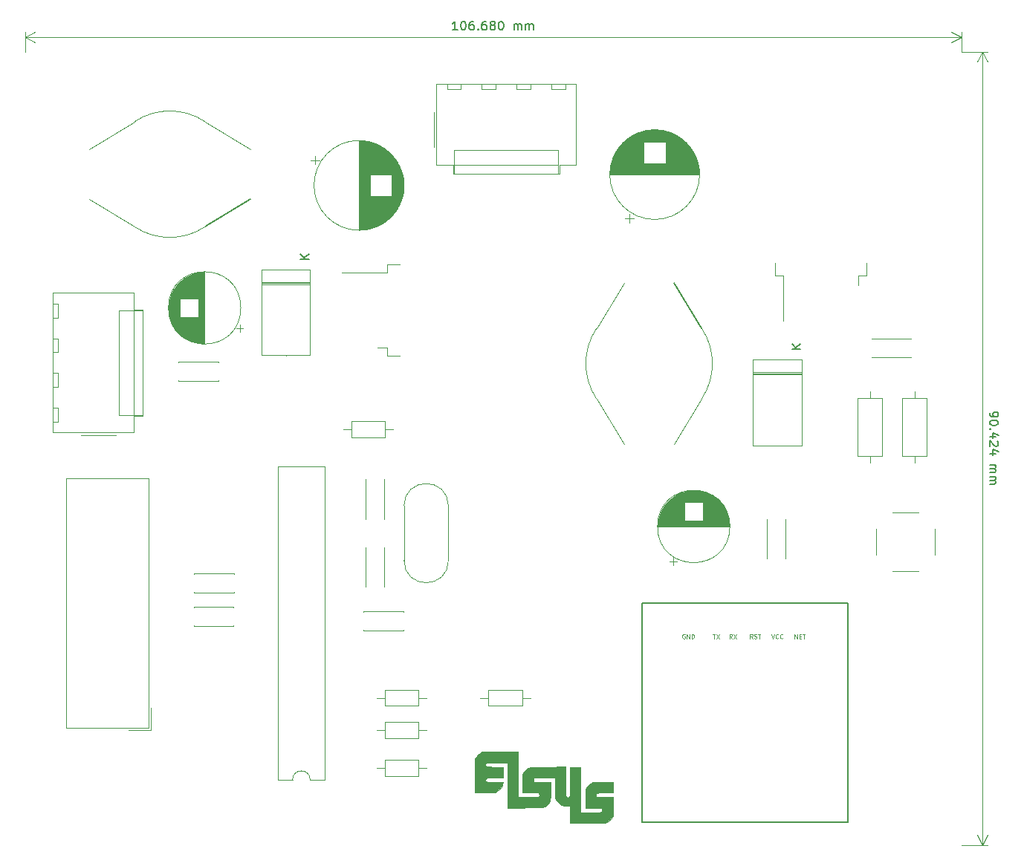
<source format=gbr>
G04 #@! TF.GenerationSoftware,KiCad,Pcbnew,(5.1.5)-3*
G04 #@! TF.CreationDate,2020-01-23T23:18:57+02:00*
G04 #@! TF.ProjectId,TrafficSignPCB,54726166-6669-4635-9369-676e5043422e,rev?*
G04 #@! TF.SameCoordinates,Original*
G04 #@! TF.FileFunction,Legend,Top*
G04 #@! TF.FilePolarity,Positive*
%FSLAX46Y46*%
G04 Gerber Fmt 4.6, Leading zero omitted, Abs format (unit mm)*
G04 Created by KiCad (PCBNEW (5.1.5)-3) date 2020-01-23 23:18:57*
%MOMM*%
%LPD*%
G04 APERTURE LIST*
%ADD10C,0.150000*%
%ADD11C,0.120000*%
%ADD12C,0.010000*%
%ADD13C,0.125000*%
G04 APERTURE END LIST*
D10*
X156900619Y-107204380D02*
X156900619Y-107394857D01*
X156948238Y-107490095D01*
X156995857Y-107537714D01*
X157138714Y-107632952D01*
X157329190Y-107680571D01*
X157710142Y-107680571D01*
X157805380Y-107632952D01*
X157853000Y-107585333D01*
X157900619Y-107490095D01*
X157900619Y-107299619D01*
X157853000Y-107204380D01*
X157805380Y-107156761D01*
X157710142Y-107109142D01*
X157472047Y-107109142D01*
X157376809Y-107156761D01*
X157329190Y-107204380D01*
X157281571Y-107299619D01*
X157281571Y-107490095D01*
X157329190Y-107585333D01*
X157376809Y-107632952D01*
X157472047Y-107680571D01*
X157900619Y-108299619D02*
X157900619Y-108394857D01*
X157853000Y-108490095D01*
X157805380Y-108537714D01*
X157710142Y-108585333D01*
X157519666Y-108632952D01*
X157281571Y-108632952D01*
X157091095Y-108585333D01*
X156995857Y-108537714D01*
X156948238Y-108490095D01*
X156900619Y-108394857D01*
X156900619Y-108299619D01*
X156948238Y-108204380D01*
X156995857Y-108156761D01*
X157091095Y-108109142D01*
X157281571Y-108061523D01*
X157519666Y-108061523D01*
X157710142Y-108109142D01*
X157805380Y-108156761D01*
X157853000Y-108204380D01*
X157900619Y-108299619D01*
X156995857Y-109061523D02*
X156948238Y-109109142D01*
X156900619Y-109061523D01*
X156948238Y-109013904D01*
X156995857Y-109061523D01*
X156900619Y-109061523D01*
X157567285Y-109966285D02*
X156900619Y-109966285D01*
X157948238Y-109728190D02*
X157233952Y-109490095D01*
X157233952Y-110109142D01*
X157805380Y-110442476D02*
X157853000Y-110490095D01*
X157900619Y-110585333D01*
X157900619Y-110823428D01*
X157853000Y-110918666D01*
X157805380Y-110966285D01*
X157710142Y-111013904D01*
X157614904Y-111013904D01*
X157472047Y-110966285D01*
X156900619Y-110394857D01*
X156900619Y-111013904D01*
X157567285Y-111871047D02*
X156900619Y-111871047D01*
X157948238Y-111632952D02*
X157233952Y-111394857D01*
X157233952Y-112013904D01*
X156900619Y-113156761D02*
X157567285Y-113156761D01*
X157472047Y-113156761D02*
X157519666Y-113204380D01*
X157567285Y-113299619D01*
X157567285Y-113442476D01*
X157519666Y-113537714D01*
X157424428Y-113585333D01*
X156900619Y-113585333D01*
X157424428Y-113585333D02*
X157519666Y-113632952D01*
X157567285Y-113728190D01*
X157567285Y-113871047D01*
X157519666Y-113966285D01*
X157424428Y-114013904D01*
X156900619Y-114013904D01*
X156900619Y-114490095D02*
X157567285Y-114490095D01*
X157472047Y-114490095D02*
X157519666Y-114537714D01*
X157567285Y-114632952D01*
X157567285Y-114775809D01*
X157519666Y-114871047D01*
X157424428Y-114918666D01*
X156900619Y-114918666D01*
X157424428Y-114918666D02*
X157519666Y-114966285D01*
X157567285Y-115061523D01*
X157567285Y-115204380D01*
X157519666Y-115299619D01*
X157424428Y-115347238D01*
X156900619Y-115347238D01*
D11*
X156083000Y-66040000D02*
X156083000Y-156464000D01*
X153670000Y-66040000D02*
X156669421Y-66040000D01*
X153670000Y-156464000D02*
X156669421Y-156464000D01*
X156083000Y-156464000D02*
X155496579Y-155337496D01*
X156083000Y-156464000D02*
X156669421Y-155337496D01*
X156083000Y-66040000D02*
X155496579Y-67166504D01*
X156083000Y-66040000D02*
X156669421Y-67166504D01*
D10*
X96282380Y-63571380D02*
X95710952Y-63571380D01*
X95996666Y-63571380D02*
X95996666Y-62571380D01*
X95901428Y-62714238D01*
X95806190Y-62809476D01*
X95710952Y-62857095D01*
X96901428Y-62571380D02*
X96996666Y-62571380D01*
X97091904Y-62619000D01*
X97139523Y-62666619D01*
X97187142Y-62761857D01*
X97234761Y-62952333D01*
X97234761Y-63190428D01*
X97187142Y-63380904D01*
X97139523Y-63476142D01*
X97091904Y-63523761D01*
X96996666Y-63571380D01*
X96901428Y-63571380D01*
X96806190Y-63523761D01*
X96758571Y-63476142D01*
X96710952Y-63380904D01*
X96663333Y-63190428D01*
X96663333Y-62952333D01*
X96710952Y-62761857D01*
X96758571Y-62666619D01*
X96806190Y-62619000D01*
X96901428Y-62571380D01*
X98091904Y-62571380D02*
X97901428Y-62571380D01*
X97806190Y-62619000D01*
X97758571Y-62666619D01*
X97663333Y-62809476D01*
X97615714Y-62999952D01*
X97615714Y-63380904D01*
X97663333Y-63476142D01*
X97710952Y-63523761D01*
X97806190Y-63571380D01*
X97996666Y-63571380D01*
X98091904Y-63523761D01*
X98139523Y-63476142D01*
X98187142Y-63380904D01*
X98187142Y-63142809D01*
X98139523Y-63047571D01*
X98091904Y-62999952D01*
X97996666Y-62952333D01*
X97806190Y-62952333D01*
X97710952Y-62999952D01*
X97663333Y-63047571D01*
X97615714Y-63142809D01*
X98615714Y-63476142D02*
X98663333Y-63523761D01*
X98615714Y-63571380D01*
X98568095Y-63523761D01*
X98615714Y-63476142D01*
X98615714Y-63571380D01*
X99520476Y-62571380D02*
X99330000Y-62571380D01*
X99234761Y-62619000D01*
X99187142Y-62666619D01*
X99091904Y-62809476D01*
X99044285Y-62999952D01*
X99044285Y-63380904D01*
X99091904Y-63476142D01*
X99139523Y-63523761D01*
X99234761Y-63571380D01*
X99425238Y-63571380D01*
X99520476Y-63523761D01*
X99568095Y-63476142D01*
X99615714Y-63380904D01*
X99615714Y-63142809D01*
X99568095Y-63047571D01*
X99520476Y-62999952D01*
X99425238Y-62952333D01*
X99234761Y-62952333D01*
X99139523Y-62999952D01*
X99091904Y-63047571D01*
X99044285Y-63142809D01*
X100187142Y-62999952D02*
X100091904Y-62952333D01*
X100044285Y-62904714D01*
X99996666Y-62809476D01*
X99996666Y-62761857D01*
X100044285Y-62666619D01*
X100091904Y-62619000D01*
X100187142Y-62571380D01*
X100377619Y-62571380D01*
X100472857Y-62619000D01*
X100520476Y-62666619D01*
X100568095Y-62761857D01*
X100568095Y-62809476D01*
X100520476Y-62904714D01*
X100472857Y-62952333D01*
X100377619Y-62999952D01*
X100187142Y-62999952D01*
X100091904Y-63047571D01*
X100044285Y-63095190D01*
X99996666Y-63190428D01*
X99996666Y-63380904D01*
X100044285Y-63476142D01*
X100091904Y-63523761D01*
X100187142Y-63571380D01*
X100377619Y-63571380D01*
X100472857Y-63523761D01*
X100520476Y-63476142D01*
X100568095Y-63380904D01*
X100568095Y-63190428D01*
X100520476Y-63095190D01*
X100472857Y-63047571D01*
X100377619Y-62999952D01*
X101187142Y-62571380D02*
X101282380Y-62571380D01*
X101377619Y-62619000D01*
X101425238Y-62666619D01*
X101472857Y-62761857D01*
X101520476Y-62952333D01*
X101520476Y-63190428D01*
X101472857Y-63380904D01*
X101425238Y-63476142D01*
X101377619Y-63523761D01*
X101282380Y-63571380D01*
X101187142Y-63571380D01*
X101091904Y-63523761D01*
X101044285Y-63476142D01*
X100996666Y-63380904D01*
X100949047Y-63190428D01*
X100949047Y-62952333D01*
X100996666Y-62761857D01*
X101044285Y-62666619D01*
X101091904Y-62619000D01*
X101187142Y-62571380D01*
X102710952Y-63571380D02*
X102710952Y-62904714D01*
X102710952Y-62999952D02*
X102758571Y-62952333D01*
X102853809Y-62904714D01*
X102996666Y-62904714D01*
X103091904Y-62952333D01*
X103139523Y-63047571D01*
X103139523Y-63571380D01*
X103139523Y-63047571D02*
X103187142Y-62952333D01*
X103282380Y-62904714D01*
X103425238Y-62904714D01*
X103520476Y-62952333D01*
X103568095Y-63047571D01*
X103568095Y-63571380D01*
X104044285Y-63571380D02*
X104044285Y-62904714D01*
X104044285Y-62999952D02*
X104091904Y-62952333D01*
X104187142Y-62904714D01*
X104330000Y-62904714D01*
X104425238Y-62952333D01*
X104472857Y-63047571D01*
X104472857Y-63571380D01*
X104472857Y-63047571D02*
X104520476Y-62952333D01*
X104615714Y-62904714D01*
X104758571Y-62904714D01*
X104853809Y-62952333D01*
X104901428Y-63047571D01*
X104901428Y-63571380D01*
D11*
X46990000Y-64389000D02*
X153670000Y-64389000D01*
X46990000Y-66040000D02*
X46990000Y-63802579D01*
X153670000Y-66040000D02*
X153670000Y-63802579D01*
X153670000Y-64389000D02*
X152543496Y-64975421D01*
X153670000Y-64389000D02*
X152543496Y-63802579D01*
X46990000Y-64389000D02*
X48116504Y-64975421D01*
X46990000Y-64389000D02*
X48116504Y-63802579D01*
D10*
X140716000Y-128905000D02*
X117316000Y-128905000D01*
X117316000Y-128905000D02*
X117316000Y-153905000D01*
X117316000Y-153905000D02*
X140716000Y-153905000D01*
X140716000Y-153905000D02*
X140716000Y-128905000D01*
D11*
X64492000Y-101434000D02*
X64492000Y-101419000D01*
X64492000Y-103559000D02*
X64492000Y-103544000D01*
X69032000Y-101434000D02*
X69032000Y-101419000D01*
X69032000Y-103559000D02*
X69032000Y-103544000D01*
X69032000Y-101419000D02*
X64492000Y-101419000D01*
X69032000Y-103559000D02*
X64492000Y-103559000D01*
X88236000Y-99754000D02*
X87136000Y-99754000D01*
X88236000Y-100704000D02*
X88236000Y-99754000D01*
X89736000Y-100704000D02*
X88236000Y-100704000D01*
X88236000Y-91254000D02*
X83111000Y-91254000D01*
X88236000Y-90304000D02*
X88236000Y-91254000D01*
X89736000Y-90304000D02*
X88236000Y-90304000D01*
D12*
G36*
X103155750Y-151034750D02*
G01*
X105476386Y-151034750D01*
X105554318Y-150956818D01*
X105620229Y-150851905D01*
X105627499Y-150737634D01*
X105576126Y-150629003D01*
X105554318Y-150604681D01*
X105476386Y-150526750D01*
X103659717Y-150526750D01*
X103669671Y-149518687D01*
X103679625Y-148510625D01*
X103780412Y-148297877D01*
X103929084Y-148055775D01*
X104124279Y-147856264D01*
X104362412Y-147702928D01*
X104387627Y-147690662D01*
X104600375Y-147589875D01*
X106592687Y-147580596D01*
X108585000Y-147571317D01*
X108585000Y-149216594D01*
X108585172Y-149586231D01*
X108585790Y-149897577D01*
X108587010Y-150155839D01*
X108588985Y-150366227D01*
X108591868Y-150533948D01*
X108595815Y-150664210D01*
X108600980Y-150762221D01*
X108607515Y-150833190D01*
X108615576Y-150882325D01*
X108625317Y-150914833D01*
X108635829Y-150934439D01*
X108727269Y-151018273D01*
X108838512Y-151048155D01*
X108923725Y-151032715D01*
X108959909Y-151018988D01*
X108990462Y-151004164D01*
X109015864Y-150983119D01*
X109036592Y-150950726D01*
X109053127Y-150901860D01*
X109065948Y-150831393D01*
X109075534Y-150734202D01*
X109082363Y-150605158D01*
X109086917Y-150439137D01*
X109089673Y-150231013D01*
X109091111Y-149975659D01*
X109091710Y-149667950D01*
X109091949Y-149302759D01*
X109091990Y-149232937D01*
X109093000Y-147574000D01*
X110299500Y-147574000D01*
X110299500Y-152749250D01*
X111474250Y-152749250D01*
X111778652Y-152749128D01*
X112025913Y-152748548D01*
X112222393Y-152747181D01*
X112374449Y-152744702D01*
X112488441Y-152740786D01*
X112570728Y-152735106D01*
X112627669Y-152727335D01*
X112665622Y-152717148D01*
X112690947Y-152704219D01*
X112710002Y-152688221D01*
X112712500Y-152685750D01*
X112763580Y-152594104D01*
X112772793Y-152480101D01*
X112739935Y-152369306D01*
X112715344Y-152332079D01*
X112654689Y-152257125D01*
X110836763Y-152238449D01*
X110855125Y-150193375D01*
X110940474Y-150011263D01*
X111065803Y-149808900D01*
X111237754Y-149624411D01*
X111439460Y-149474667D01*
X111522280Y-149429457D01*
X111712375Y-149336125D01*
X112863312Y-149326709D01*
X114014250Y-149317293D01*
X114014250Y-150526750D01*
X113127020Y-150526750D01*
X112866754Y-150526854D01*
X112662374Y-150527556D01*
X112506265Y-150529437D01*
X112390814Y-150533078D01*
X112308406Y-150539060D01*
X112251428Y-150547965D01*
X112212264Y-150560375D01*
X112183300Y-150576870D01*
X112156923Y-150598032D01*
X112153353Y-150601100D01*
X112084258Y-150688535D01*
X112066916Y-150780750D01*
X112089902Y-150884695D01*
X112153353Y-150960399D01*
X112179923Y-150982182D01*
X112208105Y-150999231D01*
X112245503Y-151012127D01*
X112299725Y-151021449D01*
X112378375Y-151027777D01*
X112489061Y-151031691D01*
X112639387Y-151033772D01*
X112836960Y-151034598D01*
X113089385Y-151034749D01*
X113128649Y-151034750D01*
X114017508Y-151034750D01*
X114007941Y-152059469D01*
X113998375Y-153084188D01*
X113895189Y-153293673D01*
X113751161Y-153520121D01*
X113560501Y-153706596D01*
X113319402Y-153856729D01*
X113289702Y-153871151D01*
X113077625Y-153971625D01*
X111085312Y-153980903D01*
X109093000Y-153990182D01*
X109093000Y-152026508D01*
X108688187Y-152012846D01*
X108513797Y-152005716D01*
X108386749Y-151996159D01*
X108290889Y-151981325D01*
X108210060Y-151958365D01*
X108128107Y-151924429D01*
X108092875Y-151907855D01*
X107900233Y-151788956D01*
X107718705Y-151628682D01*
X107566803Y-151445482D01*
X107480196Y-151297267D01*
X107394375Y-151114125D01*
X107384626Y-149963187D01*
X107374877Y-148812250D01*
X105033608Y-148812250D01*
X104967804Y-148895906D01*
X104910670Y-149005745D01*
X104916417Y-149113208D01*
X104978584Y-149215292D01*
X105055168Y-149304375D01*
X105962834Y-149313706D01*
X106870500Y-149323038D01*
X106870500Y-150235723D01*
X106869560Y-150541006D01*
X106866071Y-150790892D01*
X106859028Y-150993465D01*
X106847425Y-151156810D01*
X106830257Y-151289010D01*
X106806518Y-151398149D01*
X106775203Y-151492312D01*
X106735307Y-151579584D01*
X106694123Y-151654000D01*
X106564312Y-151826911D01*
X106391836Y-151986687D01*
X106197319Y-152115014D01*
X106145810Y-152140907D01*
X105965625Y-152225375D01*
X101949249Y-152242629D01*
X101949250Y-149654314D01*
X101949250Y-147066000D01*
X100797439Y-147065999D01*
X100481894Y-147066168D01*
X100223711Y-147067218D01*
X100016753Y-147069968D01*
X99854882Y-147075235D01*
X99731962Y-147083838D01*
X99641854Y-147096595D01*
X99578421Y-147114323D01*
X99535525Y-147137841D01*
X99507030Y-147167966D01*
X99486797Y-147205516D01*
X99471983Y-147242641D01*
X99461881Y-147338103D01*
X99488013Y-147440760D01*
X99541119Y-147522032D01*
X99569252Y-147542920D01*
X99617178Y-147551701D01*
X99721658Y-147559338D01*
X99875750Y-147565609D01*
X100072515Y-147570289D01*
X100305013Y-147573155D01*
X100534287Y-147574000D01*
X101441250Y-147574000D01*
X101441250Y-148812250D01*
X100534287Y-148812250D01*
X100283918Y-148813302D01*
X100059311Y-148816300D01*
X99868040Y-148821002D01*
X99717680Y-148827171D01*
X99615803Y-148834564D01*
X99570267Y-148842786D01*
X99496948Y-148914441D01*
X99460210Y-149016997D01*
X99467767Y-149124795D01*
X99477818Y-149150261D01*
X99503168Y-149197353D01*
X99533794Y-149234796D01*
X99576765Y-149263698D01*
X99639155Y-149285164D01*
X99728033Y-149300303D01*
X99850471Y-149310222D01*
X100013540Y-149316027D01*
X100224313Y-149318826D01*
X100489860Y-149319726D01*
X100560562Y-149319781D01*
X101442000Y-149320250D01*
X101421454Y-149455187D01*
X101349768Y-149733615D01*
X101225185Y-149977076D01*
X101048377Y-150184697D01*
X100820018Y-150355606D01*
X100663375Y-150437954D01*
X100619739Y-150457152D01*
X100576291Y-150472721D01*
X100526013Y-150485110D01*
X100461889Y-150494767D01*
X100376901Y-150502140D01*
X100264032Y-150507678D01*
X100116265Y-150511828D01*
X99926583Y-150515039D01*
X99687969Y-150517759D01*
X99393405Y-150520435D01*
X99368595Y-150520649D01*
X98232566Y-150530423D01*
X98241470Y-148646684D01*
X98250375Y-146762944D01*
X98353285Y-146553950D01*
X98498091Y-146327790D01*
X98689623Y-146132599D01*
X98913626Y-145982371D01*
X98957826Y-145960466D01*
X99139375Y-145875375D01*
X101147562Y-145866528D01*
X103155750Y-145857682D01*
X103155750Y-151034750D01*
G37*
X103155750Y-151034750D02*
X105476386Y-151034750D01*
X105554318Y-150956818D01*
X105620229Y-150851905D01*
X105627499Y-150737634D01*
X105576126Y-150629003D01*
X105554318Y-150604681D01*
X105476386Y-150526750D01*
X103659717Y-150526750D01*
X103669671Y-149518687D01*
X103679625Y-148510625D01*
X103780412Y-148297877D01*
X103929084Y-148055775D01*
X104124279Y-147856264D01*
X104362412Y-147702928D01*
X104387627Y-147690662D01*
X104600375Y-147589875D01*
X106592687Y-147580596D01*
X108585000Y-147571317D01*
X108585000Y-149216594D01*
X108585172Y-149586231D01*
X108585790Y-149897577D01*
X108587010Y-150155839D01*
X108588985Y-150366227D01*
X108591868Y-150533948D01*
X108595815Y-150664210D01*
X108600980Y-150762221D01*
X108607515Y-150833190D01*
X108615576Y-150882325D01*
X108625317Y-150914833D01*
X108635829Y-150934439D01*
X108727269Y-151018273D01*
X108838512Y-151048155D01*
X108923725Y-151032715D01*
X108959909Y-151018988D01*
X108990462Y-151004164D01*
X109015864Y-150983119D01*
X109036592Y-150950726D01*
X109053127Y-150901860D01*
X109065948Y-150831393D01*
X109075534Y-150734202D01*
X109082363Y-150605158D01*
X109086917Y-150439137D01*
X109089673Y-150231013D01*
X109091111Y-149975659D01*
X109091710Y-149667950D01*
X109091949Y-149302759D01*
X109091990Y-149232937D01*
X109093000Y-147574000D01*
X110299500Y-147574000D01*
X110299500Y-152749250D01*
X111474250Y-152749250D01*
X111778652Y-152749128D01*
X112025913Y-152748548D01*
X112222393Y-152747181D01*
X112374449Y-152744702D01*
X112488441Y-152740786D01*
X112570728Y-152735106D01*
X112627669Y-152727335D01*
X112665622Y-152717148D01*
X112690947Y-152704219D01*
X112710002Y-152688221D01*
X112712500Y-152685750D01*
X112763580Y-152594104D01*
X112772793Y-152480101D01*
X112739935Y-152369306D01*
X112715344Y-152332079D01*
X112654689Y-152257125D01*
X110836763Y-152238449D01*
X110855125Y-150193375D01*
X110940474Y-150011263D01*
X111065803Y-149808900D01*
X111237754Y-149624411D01*
X111439460Y-149474667D01*
X111522280Y-149429457D01*
X111712375Y-149336125D01*
X112863312Y-149326709D01*
X114014250Y-149317293D01*
X114014250Y-150526750D01*
X113127020Y-150526750D01*
X112866754Y-150526854D01*
X112662374Y-150527556D01*
X112506265Y-150529437D01*
X112390814Y-150533078D01*
X112308406Y-150539060D01*
X112251428Y-150547965D01*
X112212264Y-150560375D01*
X112183300Y-150576870D01*
X112156923Y-150598032D01*
X112153353Y-150601100D01*
X112084258Y-150688535D01*
X112066916Y-150780750D01*
X112089902Y-150884695D01*
X112153353Y-150960399D01*
X112179923Y-150982182D01*
X112208105Y-150999231D01*
X112245503Y-151012127D01*
X112299725Y-151021449D01*
X112378375Y-151027777D01*
X112489061Y-151031691D01*
X112639387Y-151033772D01*
X112836960Y-151034598D01*
X113089385Y-151034749D01*
X113128649Y-151034750D01*
X114017508Y-151034750D01*
X114007941Y-152059469D01*
X113998375Y-153084188D01*
X113895189Y-153293673D01*
X113751161Y-153520121D01*
X113560501Y-153706596D01*
X113319402Y-153856729D01*
X113289702Y-153871151D01*
X113077625Y-153971625D01*
X111085312Y-153980903D01*
X109093000Y-153990182D01*
X109093000Y-152026508D01*
X108688187Y-152012846D01*
X108513797Y-152005716D01*
X108386749Y-151996159D01*
X108290889Y-151981325D01*
X108210060Y-151958365D01*
X108128107Y-151924429D01*
X108092875Y-151907855D01*
X107900233Y-151788956D01*
X107718705Y-151628682D01*
X107566803Y-151445482D01*
X107480196Y-151297267D01*
X107394375Y-151114125D01*
X107384626Y-149963187D01*
X107374877Y-148812250D01*
X105033608Y-148812250D01*
X104967804Y-148895906D01*
X104910670Y-149005745D01*
X104916417Y-149113208D01*
X104978584Y-149215292D01*
X105055168Y-149304375D01*
X105962834Y-149313706D01*
X106870500Y-149323038D01*
X106870500Y-150235723D01*
X106869560Y-150541006D01*
X106866071Y-150790892D01*
X106859028Y-150993465D01*
X106847425Y-151156810D01*
X106830257Y-151289010D01*
X106806518Y-151398149D01*
X106775203Y-151492312D01*
X106735307Y-151579584D01*
X106694123Y-151654000D01*
X106564312Y-151826911D01*
X106391836Y-151986687D01*
X106197319Y-152115014D01*
X106145810Y-152140907D01*
X105965625Y-152225375D01*
X101949249Y-152242629D01*
X101949250Y-149654314D01*
X101949250Y-147066000D01*
X100797439Y-147065999D01*
X100481894Y-147066168D01*
X100223711Y-147067218D01*
X100016753Y-147069968D01*
X99854882Y-147075235D01*
X99731962Y-147083838D01*
X99641854Y-147096595D01*
X99578421Y-147114323D01*
X99535525Y-147137841D01*
X99507030Y-147167966D01*
X99486797Y-147205516D01*
X99471983Y-147242641D01*
X99461881Y-147338103D01*
X99488013Y-147440760D01*
X99541119Y-147522032D01*
X99569252Y-147542920D01*
X99617178Y-147551701D01*
X99721658Y-147559338D01*
X99875750Y-147565609D01*
X100072515Y-147570289D01*
X100305013Y-147573155D01*
X100534287Y-147574000D01*
X101441250Y-147574000D01*
X101441250Y-148812250D01*
X100534287Y-148812250D01*
X100283918Y-148813302D01*
X100059311Y-148816300D01*
X99868040Y-148821002D01*
X99717680Y-148827171D01*
X99615803Y-148834564D01*
X99570267Y-148842786D01*
X99496948Y-148914441D01*
X99460210Y-149016997D01*
X99467767Y-149124795D01*
X99477818Y-149150261D01*
X99503168Y-149197353D01*
X99533794Y-149234796D01*
X99576765Y-149263698D01*
X99639155Y-149285164D01*
X99728033Y-149300303D01*
X99850471Y-149310222D01*
X100013540Y-149316027D01*
X100224313Y-149318826D01*
X100489860Y-149319726D01*
X100560562Y-149319781D01*
X101442000Y-149320250D01*
X101421454Y-149455187D01*
X101349768Y-149733615D01*
X101225185Y-149977076D01*
X101048377Y-150184697D01*
X100820018Y-150355606D01*
X100663375Y-150437954D01*
X100619739Y-150457152D01*
X100576291Y-150472721D01*
X100526013Y-150485110D01*
X100461889Y-150494767D01*
X100376901Y-150502140D01*
X100264032Y-150507678D01*
X100116265Y-150511828D01*
X99926583Y-150515039D01*
X99687969Y-150517759D01*
X99393405Y-150520435D01*
X99368595Y-150520649D01*
X98232566Y-150530423D01*
X98241470Y-148646684D01*
X98250375Y-146762944D01*
X98353285Y-146553950D01*
X98498091Y-146327790D01*
X98689623Y-146132599D01*
X98913626Y-145982371D01*
X98957826Y-145960466D01*
X99139375Y-145875375D01*
X101147562Y-145866528D01*
X103155750Y-145857682D01*
X103155750Y-151034750D01*
D11*
X51713000Y-143145000D02*
X51713000Y-114665000D01*
X51713000Y-114665000D02*
X61063000Y-114665000D01*
X61063000Y-114665000D02*
X61063000Y-143145000D01*
X61063000Y-143145000D02*
X51713000Y-143145000D01*
X61313000Y-143395000D02*
X61313000Y-140855000D01*
X61313000Y-143395000D02*
X58773000Y-143395000D01*
X77486000Y-149031000D02*
G75*
G02X79486000Y-149031000I1000000J0D01*
G01*
X79486000Y-149031000D02*
X81136000Y-149031000D01*
X81136000Y-149031000D02*
X81136000Y-113351000D01*
X81136000Y-113351000D02*
X75836000Y-113351000D01*
X75836000Y-113351000D02*
X75836000Y-149031000D01*
X75836000Y-149031000D02*
X77486000Y-149031000D01*
X143965000Y-120470000D02*
X143965000Y-123370000D01*
X150675000Y-120470000D02*
X150675000Y-123370000D01*
X145870000Y-125275000D02*
X148770000Y-125275000D01*
X145870000Y-118565000D02*
X148770000Y-118565000D01*
X87938000Y-114784000D02*
X87938000Y-119324000D01*
X85798000Y-114784000D02*
X85798000Y-119324000D01*
X87938000Y-114784000D02*
X87923000Y-114784000D01*
X85813000Y-114784000D02*
X85798000Y-114784000D01*
X87938000Y-119324000D02*
X87923000Y-119324000D01*
X85813000Y-119324000D02*
X85798000Y-119324000D01*
X85813000Y-127071000D02*
X85798000Y-127071000D01*
X87938000Y-127071000D02*
X87923000Y-127071000D01*
X85813000Y-122531000D02*
X85798000Y-122531000D01*
X87938000Y-122531000D02*
X87923000Y-122531000D01*
X85798000Y-122531000D02*
X85798000Y-127071000D01*
X87938000Y-122531000D02*
X87938000Y-127071000D01*
X147979000Y-100892000D02*
X143439000Y-100892000D01*
X147979000Y-98752000D02*
X143439000Y-98752000D01*
X147979000Y-100892000D02*
X147979000Y-100877000D01*
X147979000Y-98767000D02*
X147979000Y-98752000D01*
X143439000Y-100892000D02*
X143439000Y-100877000D01*
X143439000Y-98767000D02*
X143439000Y-98752000D01*
X80070354Y-77905000D02*
X80070354Y-78905000D01*
X79570354Y-78405000D02*
X80570354Y-78405000D01*
X90131000Y-80681000D02*
X90131000Y-81879000D01*
X90091000Y-80418000D02*
X90091000Y-82142000D01*
X90051000Y-80218000D02*
X90051000Y-82342000D01*
X90011000Y-80050000D02*
X90011000Y-82510000D01*
X89971000Y-79902000D02*
X89971000Y-82658000D01*
X89931000Y-79770000D02*
X89931000Y-82790000D01*
X89891000Y-79650000D02*
X89891000Y-82910000D01*
X89851000Y-79538000D02*
X89851000Y-83022000D01*
X89811000Y-79434000D02*
X89811000Y-83126000D01*
X89771000Y-79336000D02*
X89771000Y-83224000D01*
X89731000Y-79243000D02*
X89731000Y-83317000D01*
X89691000Y-79155000D02*
X89691000Y-83405000D01*
X89651000Y-79071000D02*
X89651000Y-83489000D01*
X89611000Y-78991000D02*
X89611000Y-83569000D01*
X89571000Y-78915000D02*
X89571000Y-83645000D01*
X89531000Y-78841000D02*
X89531000Y-83719000D01*
X89491000Y-78770000D02*
X89491000Y-83790000D01*
X89451000Y-78701000D02*
X89451000Y-83859000D01*
X89411000Y-78635000D02*
X89411000Y-83925000D01*
X89371000Y-78571000D02*
X89371000Y-83989000D01*
X89331000Y-78510000D02*
X89331000Y-84050000D01*
X89291000Y-78450000D02*
X89291000Y-84110000D01*
X89251000Y-78391000D02*
X89251000Y-84169000D01*
X89211000Y-78335000D02*
X89211000Y-84225000D01*
X89171000Y-78280000D02*
X89171000Y-84280000D01*
X89131000Y-78226000D02*
X89131000Y-84334000D01*
X89091000Y-78174000D02*
X89091000Y-84386000D01*
X89051000Y-78124000D02*
X89051000Y-84436000D01*
X89011000Y-78074000D02*
X89011000Y-84486000D01*
X88971000Y-78026000D02*
X88971000Y-84534000D01*
X88931000Y-77979000D02*
X88931000Y-84581000D01*
X88891000Y-77933000D02*
X88891000Y-84627000D01*
X88851000Y-77888000D02*
X88851000Y-84672000D01*
X88811000Y-77844000D02*
X88811000Y-84716000D01*
X88771000Y-82521000D02*
X88771000Y-84758000D01*
X88771000Y-77802000D02*
X88771000Y-80039000D01*
X88731000Y-82521000D02*
X88731000Y-84800000D01*
X88731000Y-77760000D02*
X88731000Y-80039000D01*
X88691000Y-82521000D02*
X88691000Y-84841000D01*
X88691000Y-77719000D02*
X88691000Y-80039000D01*
X88651000Y-82521000D02*
X88651000Y-84881000D01*
X88651000Y-77679000D02*
X88651000Y-80039000D01*
X88611000Y-82521000D02*
X88611000Y-84920000D01*
X88611000Y-77640000D02*
X88611000Y-80039000D01*
X88571000Y-82521000D02*
X88571000Y-84959000D01*
X88571000Y-77601000D02*
X88571000Y-80039000D01*
X88531000Y-82521000D02*
X88531000Y-84996000D01*
X88531000Y-77564000D02*
X88531000Y-80039000D01*
X88491000Y-82521000D02*
X88491000Y-85033000D01*
X88491000Y-77527000D02*
X88491000Y-80039000D01*
X88451000Y-82521000D02*
X88451000Y-85069000D01*
X88451000Y-77491000D02*
X88451000Y-80039000D01*
X88411000Y-82521000D02*
X88411000Y-85104000D01*
X88411000Y-77456000D02*
X88411000Y-80039000D01*
X88371000Y-82521000D02*
X88371000Y-85138000D01*
X88371000Y-77422000D02*
X88371000Y-80039000D01*
X88331000Y-82521000D02*
X88331000Y-85172000D01*
X88331000Y-77388000D02*
X88331000Y-80039000D01*
X88291000Y-82521000D02*
X88291000Y-85205000D01*
X88291000Y-77355000D02*
X88291000Y-80039000D01*
X88251000Y-82521000D02*
X88251000Y-85237000D01*
X88251000Y-77323000D02*
X88251000Y-80039000D01*
X88211000Y-82521000D02*
X88211000Y-85269000D01*
X88211000Y-77291000D02*
X88211000Y-80039000D01*
X88171000Y-82521000D02*
X88171000Y-85300000D01*
X88171000Y-77260000D02*
X88171000Y-80039000D01*
X88131000Y-82521000D02*
X88131000Y-85330000D01*
X88131000Y-77230000D02*
X88131000Y-80039000D01*
X88091000Y-82521000D02*
X88091000Y-85360000D01*
X88091000Y-77200000D02*
X88091000Y-80039000D01*
X88051000Y-82521000D02*
X88051000Y-85390000D01*
X88051000Y-77170000D02*
X88051000Y-80039000D01*
X88011000Y-82521000D02*
X88011000Y-85418000D01*
X88011000Y-77142000D02*
X88011000Y-80039000D01*
X87971000Y-82521000D02*
X87971000Y-85446000D01*
X87971000Y-77114000D02*
X87971000Y-80039000D01*
X87931000Y-82521000D02*
X87931000Y-85474000D01*
X87931000Y-77086000D02*
X87931000Y-80039000D01*
X87891000Y-82521000D02*
X87891000Y-85501000D01*
X87891000Y-77059000D02*
X87891000Y-80039000D01*
X87851000Y-82521000D02*
X87851000Y-85527000D01*
X87851000Y-77033000D02*
X87851000Y-80039000D01*
X87811000Y-82521000D02*
X87811000Y-85553000D01*
X87811000Y-77007000D02*
X87811000Y-80039000D01*
X87771000Y-82521000D02*
X87771000Y-85578000D01*
X87771000Y-76982000D02*
X87771000Y-80039000D01*
X87731000Y-82521000D02*
X87731000Y-85603000D01*
X87731000Y-76957000D02*
X87731000Y-80039000D01*
X87691000Y-82521000D02*
X87691000Y-85627000D01*
X87691000Y-76933000D02*
X87691000Y-80039000D01*
X87651000Y-82521000D02*
X87651000Y-85651000D01*
X87651000Y-76909000D02*
X87651000Y-80039000D01*
X87611000Y-82521000D02*
X87611000Y-85675000D01*
X87611000Y-76885000D02*
X87611000Y-80039000D01*
X87571000Y-82521000D02*
X87571000Y-85697000D01*
X87571000Y-76863000D02*
X87571000Y-80039000D01*
X87531000Y-82521000D02*
X87531000Y-85720000D01*
X87531000Y-76840000D02*
X87531000Y-80039000D01*
X87491000Y-82521000D02*
X87491000Y-85742000D01*
X87491000Y-76818000D02*
X87491000Y-80039000D01*
X87451000Y-82521000D02*
X87451000Y-85763000D01*
X87451000Y-76797000D02*
X87451000Y-80039000D01*
X87411000Y-82521000D02*
X87411000Y-85784000D01*
X87411000Y-76776000D02*
X87411000Y-80039000D01*
X87371000Y-82521000D02*
X87371000Y-85805000D01*
X87371000Y-76755000D02*
X87371000Y-80039000D01*
X87331000Y-82521000D02*
X87331000Y-85825000D01*
X87331000Y-76735000D02*
X87331000Y-80039000D01*
X87291000Y-82521000D02*
X87291000Y-85844000D01*
X87291000Y-76716000D02*
X87291000Y-80039000D01*
X87251000Y-82521000D02*
X87251000Y-85864000D01*
X87251000Y-76696000D02*
X87251000Y-80039000D01*
X87211000Y-82521000D02*
X87211000Y-85883000D01*
X87211000Y-76677000D02*
X87211000Y-80039000D01*
X87171000Y-82521000D02*
X87171000Y-85901000D01*
X87171000Y-76659000D02*
X87171000Y-80039000D01*
X87131000Y-82521000D02*
X87131000Y-85919000D01*
X87131000Y-76641000D02*
X87131000Y-80039000D01*
X87091000Y-82521000D02*
X87091000Y-85937000D01*
X87091000Y-76623000D02*
X87091000Y-80039000D01*
X87051000Y-82521000D02*
X87051000Y-85954000D01*
X87051000Y-76606000D02*
X87051000Y-80039000D01*
X87011000Y-82521000D02*
X87011000Y-85970000D01*
X87011000Y-76590000D02*
X87011000Y-80039000D01*
X86971000Y-82521000D02*
X86971000Y-85987000D01*
X86971000Y-76573000D02*
X86971000Y-80039000D01*
X86931000Y-82521000D02*
X86931000Y-86003000D01*
X86931000Y-76557000D02*
X86931000Y-80039000D01*
X86891000Y-82521000D02*
X86891000Y-86018000D01*
X86891000Y-76542000D02*
X86891000Y-80039000D01*
X86851000Y-82521000D02*
X86851000Y-86034000D01*
X86851000Y-76526000D02*
X86851000Y-80039000D01*
X86811000Y-82521000D02*
X86811000Y-86048000D01*
X86811000Y-76512000D02*
X86811000Y-80039000D01*
X86771000Y-82521000D02*
X86771000Y-86063000D01*
X86771000Y-76497000D02*
X86771000Y-80039000D01*
X86731000Y-82521000D02*
X86731000Y-86077000D01*
X86731000Y-76483000D02*
X86731000Y-80039000D01*
X86691000Y-82521000D02*
X86691000Y-86091000D01*
X86691000Y-76469000D02*
X86691000Y-80039000D01*
X86651000Y-82521000D02*
X86651000Y-86104000D01*
X86651000Y-76456000D02*
X86651000Y-80039000D01*
X86611000Y-82521000D02*
X86611000Y-86117000D01*
X86611000Y-76443000D02*
X86611000Y-80039000D01*
X86571000Y-82521000D02*
X86571000Y-86130000D01*
X86571000Y-76430000D02*
X86571000Y-80039000D01*
X86531000Y-82521000D02*
X86531000Y-86142000D01*
X86531000Y-76418000D02*
X86531000Y-80039000D01*
X86491000Y-82521000D02*
X86491000Y-86154000D01*
X86491000Y-76406000D02*
X86491000Y-80039000D01*
X86451000Y-82521000D02*
X86451000Y-86165000D01*
X86451000Y-76395000D02*
X86451000Y-80039000D01*
X86411000Y-82521000D02*
X86411000Y-86177000D01*
X86411000Y-76383000D02*
X86411000Y-80039000D01*
X86371000Y-82521000D02*
X86371000Y-86187000D01*
X86371000Y-76373000D02*
X86371000Y-80039000D01*
X86331000Y-82521000D02*
X86331000Y-86198000D01*
X86331000Y-76362000D02*
X86331000Y-80039000D01*
X86291000Y-76352000D02*
X86291000Y-86208000D01*
X86251000Y-76342000D02*
X86251000Y-86218000D01*
X86211000Y-76333000D02*
X86211000Y-86227000D01*
X86171000Y-76324000D02*
X86171000Y-86236000D01*
X86131000Y-76315000D02*
X86131000Y-86245000D01*
X86091000Y-76306000D02*
X86091000Y-86254000D01*
X86051000Y-76298000D02*
X86051000Y-86262000D01*
X86011000Y-76290000D02*
X86011000Y-86270000D01*
X85971000Y-76283000D02*
X85971000Y-86277000D01*
X85931000Y-76276000D02*
X85931000Y-86284000D01*
X85891000Y-76269000D02*
X85891000Y-86291000D01*
X85851000Y-76262000D02*
X85851000Y-86298000D01*
X85811000Y-76256000D02*
X85811000Y-86304000D01*
X85771000Y-76250000D02*
X85771000Y-86310000D01*
X85730000Y-76245000D02*
X85730000Y-86315000D01*
X85690000Y-76240000D02*
X85690000Y-86320000D01*
X85650000Y-76235000D02*
X85650000Y-86325000D01*
X85610000Y-76230000D02*
X85610000Y-86330000D01*
X85570000Y-76226000D02*
X85570000Y-86334000D01*
X85530000Y-76222000D02*
X85530000Y-86338000D01*
X85490000Y-76218000D02*
X85490000Y-86342000D01*
X85450000Y-76215000D02*
X85450000Y-86345000D01*
X85410000Y-76212000D02*
X85410000Y-86348000D01*
X85370000Y-76210000D02*
X85370000Y-86350000D01*
X85330000Y-76207000D02*
X85330000Y-86353000D01*
X85290000Y-76205000D02*
X85290000Y-86355000D01*
X85250000Y-76203000D02*
X85250000Y-86357000D01*
X85210000Y-76202000D02*
X85210000Y-86358000D01*
X85170000Y-76201000D02*
X85170000Y-86359000D01*
X85130000Y-76200000D02*
X85130000Y-86360000D01*
X85090000Y-76200000D02*
X85090000Y-86360000D01*
X85050000Y-76200000D02*
X85050000Y-86360000D01*
X90170000Y-81280000D02*
G75*
G03X90170000Y-81280000I-5120000J0D01*
G01*
X115370000Y-85029646D02*
X116370000Y-85029646D01*
X115870000Y-85529646D02*
X115870000Y-84529646D01*
X118146000Y-74969000D02*
X119344000Y-74969000D01*
X117883000Y-75009000D02*
X119607000Y-75009000D01*
X117683000Y-75049000D02*
X119807000Y-75049000D01*
X117515000Y-75089000D02*
X119975000Y-75089000D01*
X117367000Y-75129000D02*
X120123000Y-75129000D01*
X117235000Y-75169000D02*
X120255000Y-75169000D01*
X117115000Y-75209000D02*
X120375000Y-75209000D01*
X117003000Y-75249000D02*
X120487000Y-75249000D01*
X116899000Y-75289000D02*
X120591000Y-75289000D01*
X116801000Y-75329000D02*
X120689000Y-75329000D01*
X116708000Y-75369000D02*
X120782000Y-75369000D01*
X116620000Y-75409000D02*
X120870000Y-75409000D01*
X116536000Y-75449000D02*
X120954000Y-75449000D01*
X116456000Y-75489000D02*
X121034000Y-75489000D01*
X116380000Y-75529000D02*
X121110000Y-75529000D01*
X116306000Y-75569000D02*
X121184000Y-75569000D01*
X116235000Y-75609000D02*
X121255000Y-75609000D01*
X116166000Y-75649000D02*
X121324000Y-75649000D01*
X116100000Y-75689000D02*
X121390000Y-75689000D01*
X116036000Y-75729000D02*
X121454000Y-75729000D01*
X115975000Y-75769000D02*
X121515000Y-75769000D01*
X115915000Y-75809000D02*
X121575000Y-75809000D01*
X115856000Y-75849000D02*
X121634000Y-75849000D01*
X115800000Y-75889000D02*
X121690000Y-75889000D01*
X115745000Y-75929000D02*
X121745000Y-75929000D01*
X115691000Y-75969000D02*
X121799000Y-75969000D01*
X115639000Y-76009000D02*
X121851000Y-76009000D01*
X115589000Y-76049000D02*
X121901000Y-76049000D01*
X115539000Y-76089000D02*
X121951000Y-76089000D01*
X115491000Y-76129000D02*
X121999000Y-76129000D01*
X115444000Y-76169000D02*
X122046000Y-76169000D01*
X115398000Y-76209000D02*
X122092000Y-76209000D01*
X115353000Y-76249000D02*
X122137000Y-76249000D01*
X115309000Y-76289000D02*
X122181000Y-76289000D01*
X119986000Y-76329000D02*
X122223000Y-76329000D01*
X115267000Y-76329000D02*
X117504000Y-76329000D01*
X119986000Y-76369000D02*
X122265000Y-76369000D01*
X115225000Y-76369000D02*
X117504000Y-76369000D01*
X119986000Y-76409000D02*
X122306000Y-76409000D01*
X115184000Y-76409000D02*
X117504000Y-76409000D01*
X119986000Y-76449000D02*
X122346000Y-76449000D01*
X115144000Y-76449000D02*
X117504000Y-76449000D01*
X119986000Y-76489000D02*
X122385000Y-76489000D01*
X115105000Y-76489000D02*
X117504000Y-76489000D01*
X119986000Y-76529000D02*
X122424000Y-76529000D01*
X115066000Y-76529000D02*
X117504000Y-76529000D01*
X119986000Y-76569000D02*
X122461000Y-76569000D01*
X115029000Y-76569000D02*
X117504000Y-76569000D01*
X119986000Y-76609000D02*
X122498000Y-76609000D01*
X114992000Y-76609000D02*
X117504000Y-76609000D01*
X119986000Y-76649000D02*
X122534000Y-76649000D01*
X114956000Y-76649000D02*
X117504000Y-76649000D01*
X119986000Y-76689000D02*
X122569000Y-76689000D01*
X114921000Y-76689000D02*
X117504000Y-76689000D01*
X119986000Y-76729000D02*
X122603000Y-76729000D01*
X114887000Y-76729000D02*
X117504000Y-76729000D01*
X119986000Y-76769000D02*
X122637000Y-76769000D01*
X114853000Y-76769000D02*
X117504000Y-76769000D01*
X119986000Y-76809000D02*
X122670000Y-76809000D01*
X114820000Y-76809000D02*
X117504000Y-76809000D01*
X119986000Y-76849000D02*
X122702000Y-76849000D01*
X114788000Y-76849000D02*
X117504000Y-76849000D01*
X119986000Y-76889000D02*
X122734000Y-76889000D01*
X114756000Y-76889000D02*
X117504000Y-76889000D01*
X119986000Y-76929000D02*
X122765000Y-76929000D01*
X114725000Y-76929000D02*
X117504000Y-76929000D01*
X119986000Y-76969000D02*
X122795000Y-76969000D01*
X114695000Y-76969000D02*
X117504000Y-76969000D01*
X119986000Y-77009000D02*
X122825000Y-77009000D01*
X114665000Y-77009000D02*
X117504000Y-77009000D01*
X119986000Y-77049000D02*
X122855000Y-77049000D01*
X114635000Y-77049000D02*
X117504000Y-77049000D01*
X119986000Y-77089000D02*
X122883000Y-77089000D01*
X114607000Y-77089000D02*
X117504000Y-77089000D01*
X119986000Y-77129000D02*
X122911000Y-77129000D01*
X114579000Y-77129000D02*
X117504000Y-77129000D01*
X119986000Y-77169000D02*
X122939000Y-77169000D01*
X114551000Y-77169000D02*
X117504000Y-77169000D01*
X119986000Y-77209000D02*
X122966000Y-77209000D01*
X114524000Y-77209000D02*
X117504000Y-77209000D01*
X119986000Y-77249000D02*
X122992000Y-77249000D01*
X114498000Y-77249000D02*
X117504000Y-77249000D01*
X119986000Y-77289000D02*
X123018000Y-77289000D01*
X114472000Y-77289000D02*
X117504000Y-77289000D01*
X119986000Y-77329000D02*
X123043000Y-77329000D01*
X114447000Y-77329000D02*
X117504000Y-77329000D01*
X119986000Y-77369000D02*
X123068000Y-77369000D01*
X114422000Y-77369000D02*
X117504000Y-77369000D01*
X119986000Y-77409000D02*
X123092000Y-77409000D01*
X114398000Y-77409000D02*
X117504000Y-77409000D01*
X119986000Y-77449000D02*
X123116000Y-77449000D01*
X114374000Y-77449000D02*
X117504000Y-77449000D01*
X119986000Y-77489000D02*
X123140000Y-77489000D01*
X114350000Y-77489000D02*
X117504000Y-77489000D01*
X119986000Y-77529000D02*
X123162000Y-77529000D01*
X114328000Y-77529000D02*
X117504000Y-77529000D01*
X119986000Y-77569000D02*
X123185000Y-77569000D01*
X114305000Y-77569000D02*
X117504000Y-77569000D01*
X119986000Y-77609000D02*
X123207000Y-77609000D01*
X114283000Y-77609000D02*
X117504000Y-77609000D01*
X119986000Y-77649000D02*
X123228000Y-77649000D01*
X114262000Y-77649000D02*
X117504000Y-77649000D01*
X119986000Y-77689000D02*
X123249000Y-77689000D01*
X114241000Y-77689000D02*
X117504000Y-77689000D01*
X119986000Y-77729000D02*
X123270000Y-77729000D01*
X114220000Y-77729000D02*
X117504000Y-77729000D01*
X119986000Y-77769000D02*
X123290000Y-77769000D01*
X114200000Y-77769000D02*
X117504000Y-77769000D01*
X119986000Y-77809000D02*
X123309000Y-77809000D01*
X114181000Y-77809000D02*
X117504000Y-77809000D01*
X119986000Y-77849000D02*
X123329000Y-77849000D01*
X114161000Y-77849000D02*
X117504000Y-77849000D01*
X119986000Y-77889000D02*
X123348000Y-77889000D01*
X114142000Y-77889000D02*
X117504000Y-77889000D01*
X119986000Y-77929000D02*
X123366000Y-77929000D01*
X114124000Y-77929000D02*
X117504000Y-77929000D01*
X119986000Y-77969000D02*
X123384000Y-77969000D01*
X114106000Y-77969000D02*
X117504000Y-77969000D01*
X119986000Y-78009000D02*
X123402000Y-78009000D01*
X114088000Y-78009000D02*
X117504000Y-78009000D01*
X119986000Y-78049000D02*
X123419000Y-78049000D01*
X114071000Y-78049000D02*
X117504000Y-78049000D01*
X119986000Y-78089000D02*
X123435000Y-78089000D01*
X114055000Y-78089000D02*
X117504000Y-78089000D01*
X119986000Y-78129000D02*
X123452000Y-78129000D01*
X114038000Y-78129000D02*
X117504000Y-78129000D01*
X119986000Y-78169000D02*
X123468000Y-78169000D01*
X114022000Y-78169000D02*
X117504000Y-78169000D01*
X119986000Y-78209000D02*
X123483000Y-78209000D01*
X114007000Y-78209000D02*
X117504000Y-78209000D01*
X119986000Y-78249000D02*
X123499000Y-78249000D01*
X113991000Y-78249000D02*
X117504000Y-78249000D01*
X119986000Y-78289000D02*
X123513000Y-78289000D01*
X113977000Y-78289000D02*
X117504000Y-78289000D01*
X119986000Y-78329000D02*
X123528000Y-78329000D01*
X113962000Y-78329000D02*
X117504000Y-78329000D01*
X119986000Y-78369000D02*
X123542000Y-78369000D01*
X113948000Y-78369000D02*
X117504000Y-78369000D01*
X119986000Y-78409000D02*
X123556000Y-78409000D01*
X113934000Y-78409000D02*
X117504000Y-78409000D01*
X119986000Y-78449000D02*
X123569000Y-78449000D01*
X113921000Y-78449000D02*
X117504000Y-78449000D01*
X119986000Y-78489000D02*
X123582000Y-78489000D01*
X113908000Y-78489000D02*
X117504000Y-78489000D01*
X119986000Y-78529000D02*
X123595000Y-78529000D01*
X113895000Y-78529000D02*
X117504000Y-78529000D01*
X119986000Y-78569000D02*
X123607000Y-78569000D01*
X113883000Y-78569000D02*
X117504000Y-78569000D01*
X119986000Y-78609000D02*
X123619000Y-78609000D01*
X113871000Y-78609000D02*
X117504000Y-78609000D01*
X119986000Y-78649000D02*
X123630000Y-78649000D01*
X113860000Y-78649000D02*
X117504000Y-78649000D01*
X119986000Y-78689000D02*
X123642000Y-78689000D01*
X113848000Y-78689000D02*
X117504000Y-78689000D01*
X119986000Y-78729000D02*
X123652000Y-78729000D01*
X113838000Y-78729000D02*
X117504000Y-78729000D01*
X119986000Y-78769000D02*
X123663000Y-78769000D01*
X113827000Y-78769000D02*
X117504000Y-78769000D01*
X113817000Y-78809000D02*
X123673000Y-78809000D01*
X113807000Y-78849000D02*
X123683000Y-78849000D01*
X113798000Y-78889000D02*
X123692000Y-78889000D01*
X113789000Y-78929000D02*
X123701000Y-78929000D01*
X113780000Y-78969000D02*
X123710000Y-78969000D01*
X113771000Y-79009000D02*
X123719000Y-79009000D01*
X113763000Y-79049000D02*
X123727000Y-79049000D01*
X113755000Y-79089000D02*
X123735000Y-79089000D01*
X113748000Y-79129000D02*
X123742000Y-79129000D01*
X113741000Y-79169000D02*
X123749000Y-79169000D01*
X113734000Y-79209000D02*
X123756000Y-79209000D01*
X113727000Y-79249000D02*
X123763000Y-79249000D01*
X113721000Y-79289000D02*
X123769000Y-79289000D01*
X113715000Y-79329000D02*
X123775000Y-79329000D01*
X113710000Y-79370000D02*
X123780000Y-79370000D01*
X113705000Y-79410000D02*
X123785000Y-79410000D01*
X113700000Y-79450000D02*
X123790000Y-79450000D01*
X113695000Y-79490000D02*
X123795000Y-79490000D01*
X113691000Y-79530000D02*
X123799000Y-79530000D01*
X113687000Y-79570000D02*
X123803000Y-79570000D01*
X113683000Y-79610000D02*
X123807000Y-79610000D01*
X113680000Y-79650000D02*
X123810000Y-79650000D01*
X113677000Y-79690000D02*
X123813000Y-79690000D01*
X113675000Y-79730000D02*
X123815000Y-79730000D01*
X113672000Y-79770000D02*
X123818000Y-79770000D01*
X113670000Y-79810000D02*
X123820000Y-79810000D01*
X113668000Y-79850000D02*
X123822000Y-79850000D01*
X113667000Y-79890000D02*
X123823000Y-79890000D01*
X113666000Y-79930000D02*
X123824000Y-79930000D01*
X113665000Y-79970000D02*
X123825000Y-79970000D01*
X113665000Y-80010000D02*
X123825000Y-80010000D01*
X113665000Y-80050000D02*
X123825000Y-80050000D01*
X123865000Y-80050000D02*
G75*
G03X123865000Y-80050000I-5120000J0D01*
G01*
X124115589Y-97608395D02*
G75*
G02X124110000Y-105600000I-6005589J-3991605D01*
G01*
X112104411Y-105591605D02*
G75*
G02X112110000Y-97600000I6005589J3991605D01*
G01*
X124110000Y-105600000D02*
X120910000Y-110750000D01*
X112110000Y-97600000D02*
X115310000Y-92450000D01*
D10*
X120910000Y-92450000D02*
X124110000Y-97600000D01*
D11*
X115310000Y-110750000D02*
X112110000Y-105600000D01*
X54350000Y-77210000D02*
X59500000Y-74010000D01*
D10*
X72650000Y-82810000D02*
X67500000Y-86010000D01*
D11*
X67500000Y-74010000D02*
X72650000Y-77210000D01*
X59500000Y-86010000D02*
X54350000Y-82810000D01*
X59508395Y-74004411D02*
G75*
G02X67500000Y-74010000I3991605J-6005589D01*
G01*
X67491605Y-86015589D02*
G75*
G02X59500000Y-86010000I-3991605J6005589D01*
G01*
X149706000Y-105569000D02*
X146966000Y-105569000D01*
X146966000Y-105569000D02*
X146966000Y-112109000D01*
X146966000Y-112109000D02*
X149706000Y-112109000D01*
X149706000Y-112109000D02*
X149706000Y-105569000D01*
X148336000Y-104799000D02*
X148336000Y-105569000D01*
X148336000Y-112879000D02*
X148336000Y-112109000D01*
X143256000Y-104799000D02*
X143256000Y-105569000D01*
X143256000Y-112879000D02*
X143256000Y-112109000D01*
X141886000Y-105569000D02*
X141886000Y-112109000D01*
X144626000Y-105569000D02*
X141886000Y-105569000D01*
X144626000Y-112109000D02*
X144626000Y-105569000D01*
X141886000Y-112109000D02*
X144626000Y-112109000D01*
X132468000Y-90096000D02*
X132468000Y-91596000D01*
X132468000Y-91596000D02*
X133418000Y-91596000D01*
X133418000Y-91596000D02*
X133418000Y-96721000D01*
X142868000Y-90096000D02*
X142868000Y-91596000D01*
X142868000Y-91596000D02*
X141918000Y-91596000D01*
X141918000Y-91596000D02*
X141918000Y-92696000D01*
X93865000Y-69710000D02*
X109785000Y-69710000D01*
X109785000Y-69710000D02*
X109785000Y-78935000D01*
X109785000Y-78935000D02*
X107880000Y-78935000D01*
X107880000Y-78935000D02*
X107880000Y-79940000D01*
X107880000Y-79940000D02*
X95770000Y-79940000D01*
X95770000Y-79940000D02*
X95770000Y-78935000D01*
X95770000Y-78935000D02*
X93865000Y-78935000D01*
X93865000Y-78935000D02*
X93865000Y-69710000D01*
X93575000Y-72930000D02*
X93575000Y-76930000D01*
X95885000Y-79940000D02*
X95885000Y-78940000D01*
X95885000Y-78940000D02*
X107765000Y-78940000D01*
X107765000Y-78940000D02*
X107765000Y-79940000D01*
X95885000Y-78940000D02*
X95885000Y-77270000D01*
X95885000Y-77270000D02*
X107765000Y-77270000D01*
X107765000Y-77270000D02*
X107765000Y-78940000D01*
X95085000Y-69710000D02*
X95085000Y-70310000D01*
X95085000Y-70310000D02*
X96685000Y-70310000D01*
X96685000Y-70310000D02*
X96685000Y-69710000D01*
X99045000Y-69710000D02*
X99045000Y-70310000D01*
X99045000Y-70310000D02*
X100645000Y-70310000D01*
X100645000Y-70310000D02*
X100645000Y-69710000D01*
X103005000Y-69710000D02*
X103005000Y-70310000D01*
X103005000Y-70310000D02*
X104605000Y-70310000D01*
X104605000Y-70310000D02*
X104605000Y-69710000D01*
X106965000Y-69710000D02*
X106965000Y-70310000D01*
X106965000Y-70310000D02*
X108565000Y-70310000D01*
X108565000Y-70310000D02*
X108565000Y-69710000D01*
X50152000Y-109462000D02*
X50152000Y-93542000D01*
X50152000Y-93542000D02*
X59377000Y-93542000D01*
X59377000Y-93542000D02*
X59377000Y-95447000D01*
X59377000Y-95447000D02*
X60382000Y-95447000D01*
X60382000Y-95447000D02*
X60382000Y-107557000D01*
X60382000Y-107557000D02*
X59377000Y-107557000D01*
X59377000Y-107557000D02*
X59377000Y-109462000D01*
X59377000Y-109462000D02*
X50152000Y-109462000D01*
X53372000Y-109752000D02*
X57372000Y-109752000D01*
X60382000Y-107442000D02*
X59382000Y-107442000D01*
X59382000Y-107442000D02*
X59382000Y-95562000D01*
X59382000Y-95562000D02*
X60382000Y-95562000D01*
X59382000Y-107442000D02*
X57712000Y-107442000D01*
X57712000Y-107442000D02*
X57712000Y-95562000D01*
X57712000Y-95562000D02*
X59382000Y-95562000D01*
X50152000Y-108242000D02*
X50752000Y-108242000D01*
X50752000Y-108242000D02*
X50752000Y-106642000D01*
X50752000Y-106642000D02*
X50152000Y-106642000D01*
X50152000Y-104282000D02*
X50752000Y-104282000D01*
X50752000Y-104282000D02*
X50752000Y-102682000D01*
X50752000Y-102682000D02*
X50152000Y-102682000D01*
X50152000Y-100322000D02*
X50752000Y-100322000D01*
X50752000Y-100322000D02*
X50752000Y-98722000D01*
X50752000Y-98722000D02*
X50152000Y-98722000D01*
X50152000Y-96362000D02*
X50752000Y-96362000D01*
X50752000Y-96362000D02*
X50752000Y-94762000D01*
X50752000Y-94762000D02*
X50152000Y-94762000D01*
X66223000Y-129374000D02*
X66223000Y-129359000D01*
X66223000Y-131499000D02*
X66223000Y-131484000D01*
X70763000Y-129374000D02*
X70763000Y-129359000D01*
X70763000Y-131499000D02*
X70763000Y-131484000D01*
X70763000Y-129359000D02*
X66223000Y-129359000D01*
X70763000Y-131499000D02*
X66223000Y-131499000D01*
X70810000Y-127689000D02*
X66270000Y-127689000D01*
X70810000Y-125549000D02*
X66270000Y-125549000D01*
X70810000Y-127689000D02*
X70810000Y-127674000D01*
X70810000Y-125564000D02*
X70810000Y-125549000D01*
X66270000Y-127689000D02*
X66270000Y-127674000D01*
X66270000Y-125564000D02*
X66270000Y-125549000D01*
X85574000Y-129867000D02*
X90114000Y-129867000D01*
X85574000Y-132007000D02*
X90114000Y-132007000D01*
X85574000Y-129867000D02*
X85574000Y-129882000D01*
X85574000Y-131992000D02*
X85574000Y-132007000D01*
X90114000Y-129867000D02*
X90114000Y-129882000D01*
X90114000Y-131992000D02*
X90114000Y-132007000D01*
X127310000Y-120170000D02*
G75*
G03X127310000Y-120170000I-4120000J0D01*
G01*
X119110000Y-120170000D02*
X127270000Y-120170000D01*
X119110000Y-120130000D02*
X127270000Y-120130000D01*
X119110000Y-120090000D02*
X127270000Y-120090000D01*
X119111000Y-120050000D02*
X127269000Y-120050000D01*
X119113000Y-120010000D02*
X127267000Y-120010000D01*
X119114000Y-119970000D02*
X127266000Y-119970000D01*
X119116000Y-119930000D02*
X127264000Y-119930000D01*
X119119000Y-119890000D02*
X127261000Y-119890000D01*
X119122000Y-119850000D02*
X127258000Y-119850000D01*
X119125000Y-119810000D02*
X127255000Y-119810000D01*
X119129000Y-119770000D02*
X127251000Y-119770000D01*
X119133000Y-119730000D02*
X127247000Y-119730000D01*
X119138000Y-119690000D02*
X127242000Y-119690000D01*
X119142000Y-119650000D02*
X127238000Y-119650000D01*
X119148000Y-119610000D02*
X127232000Y-119610000D01*
X119153000Y-119570000D02*
X127227000Y-119570000D01*
X119160000Y-119530000D02*
X127220000Y-119530000D01*
X119166000Y-119490000D02*
X127214000Y-119490000D01*
X119173000Y-119449000D02*
X122150000Y-119449000D01*
X124230000Y-119449000D02*
X127207000Y-119449000D01*
X119180000Y-119409000D02*
X122150000Y-119409000D01*
X124230000Y-119409000D02*
X127200000Y-119409000D01*
X119188000Y-119369000D02*
X122150000Y-119369000D01*
X124230000Y-119369000D02*
X127192000Y-119369000D01*
X119196000Y-119329000D02*
X122150000Y-119329000D01*
X124230000Y-119329000D02*
X127184000Y-119329000D01*
X119205000Y-119289000D02*
X122150000Y-119289000D01*
X124230000Y-119289000D02*
X127175000Y-119289000D01*
X119214000Y-119249000D02*
X122150000Y-119249000D01*
X124230000Y-119249000D02*
X127166000Y-119249000D01*
X119223000Y-119209000D02*
X122150000Y-119209000D01*
X124230000Y-119209000D02*
X127157000Y-119209000D01*
X119233000Y-119169000D02*
X122150000Y-119169000D01*
X124230000Y-119169000D02*
X127147000Y-119169000D01*
X119243000Y-119129000D02*
X122150000Y-119129000D01*
X124230000Y-119129000D02*
X127137000Y-119129000D01*
X119254000Y-119089000D02*
X122150000Y-119089000D01*
X124230000Y-119089000D02*
X127126000Y-119089000D01*
X119265000Y-119049000D02*
X122150000Y-119049000D01*
X124230000Y-119049000D02*
X127115000Y-119049000D01*
X119276000Y-119009000D02*
X122150000Y-119009000D01*
X124230000Y-119009000D02*
X127104000Y-119009000D01*
X119288000Y-118969000D02*
X122150000Y-118969000D01*
X124230000Y-118969000D02*
X127092000Y-118969000D01*
X119301000Y-118929000D02*
X122150000Y-118929000D01*
X124230000Y-118929000D02*
X127079000Y-118929000D01*
X119313000Y-118889000D02*
X122150000Y-118889000D01*
X124230000Y-118889000D02*
X127067000Y-118889000D01*
X119327000Y-118849000D02*
X122150000Y-118849000D01*
X124230000Y-118849000D02*
X127053000Y-118849000D01*
X119340000Y-118809000D02*
X122150000Y-118809000D01*
X124230000Y-118809000D02*
X127040000Y-118809000D01*
X119355000Y-118769000D02*
X122150000Y-118769000D01*
X124230000Y-118769000D02*
X127025000Y-118769000D01*
X119369000Y-118729000D02*
X122150000Y-118729000D01*
X124230000Y-118729000D02*
X127011000Y-118729000D01*
X119385000Y-118689000D02*
X122150000Y-118689000D01*
X124230000Y-118689000D02*
X126995000Y-118689000D01*
X119400000Y-118649000D02*
X122150000Y-118649000D01*
X124230000Y-118649000D02*
X126980000Y-118649000D01*
X119416000Y-118609000D02*
X122150000Y-118609000D01*
X124230000Y-118609000D02*
X126964000Y-118609000D01*
X119433000Y-118569000D02*
X122150000Y-118569000D01*
X124230000Y-118569000D02*
X126947000Y-118569000D01*
X119450000Y-118529000D02*
X122150000Y-118529000D01*
X124230000Y-118529000D02*
X126930000Y-118529000D01*
X119468000Y-118489000D02*
X122150000Y-118489000D01*
X124230000Y-118489000D02*
X126912000Y-118489000D01*
X119486000Y-118449000D02*
X122150000Y-118449000D01*
X124230000Y-118449000D02*
X126894000Y-118449000D01*
X119504000Y-118409000D02*
X122150000Y-118409000D01*
X124230000Y-118409000D02*
X126876000Y-118409000D01*
X119524000Y-118369000D02*
X122150000Y-118369000D01*
X124230000Y-118369000D02*
X126856000Y-118369000D01*
X119543000Y-118329000D02*
X122150000Y-118329000D01*
X124230000Y-118329000D02*
X126837000Y-118329000D01*
X119563000Y-118289000D02*
X122150000Y-118289000D01*
X124230000Y-118289000D02*
X126817000Y-118289000D01*
X119584000Y-118249000D02*
X122150000Y-118249000D01*
X124230000Y-118249000D02*
X126796000Y-118249000D01*
X119606000Y-118209000D02*
X122150000Y-118209000D01*
X124230000Y-118209000D02*
X126774000Y-118209000D01*
X119628000Y-118169000D02*
X122150000Y-118169000D01*
X124230000Y-118169000D02*
X126752000Y-118169000D01*
X119650000Y-118129000D02*
X122150000Y-118129000D01*
X124230000Y-118129000D02*
X126730000Y-118129000D01*
X119673000Y-118089000D02*
X122150000Y-118089000D01*
X124230000Y-118089000D02*
X126707000Y-118089000D01*
X119697000Y-118049000D02*
X122150000Y-118049000D01*
X124230000Y-118049000D02*
X126683000Y-118049000D01*
X119721000Y-118009000D02*
X122150000Y-118009000D01*
X124230000Y-118009000D02*
X126659000Y-118009000D01*
X119746000Y-117969000D02*
X122150000Y-117969000D01*
X124230000Y-117969000D02*
X126634000Y-117969000D01*
X119772000Y-117929000D02*
X122150000Y-117929000D01*
X124230000Y-117929000D02*
X126608000Y-117929000D01*
X119798000Y-117889000D02*
X122150000Y-117889000D01*
X124230000Y-117889000D02*
X126582000Y-117889000D01*
X119825000Y-117849000D02*
X122150000Y-117849000D01*
X124230000Y-117849000D02*
X126555000Y-117849000D01*
X119852000Y-117809000D02*
X122150000Y-117809000D01*
X124230000Y-117809000D02*
X126528000Y-117809000D01*
X119881000Y-117769000D02*
X122150000Y-117769000D01*
X124230000Y-117769000D02*
X126499000Y-117769000D01*
X119910000Y-117729000D02*
X122150000Y-117729000D01*
X124230000Y-117729000D02*
X126470000Y-117729000D01*
X119940000Y-117689000D02*
X122150000Y-117689000D01*
X124230000Y-117689000D02*
X126440000Y-117689000D01*
X119970000Y-117649000D02*
X122150000Y-117649000D01*
X124230000Y-117649000D02*
X126410000Y-117649000D01*
X120001000Y-117609000D02*
X122150000Y-117609000D01*
X124230000Y-117609000D02*
X126379000Y-117609000D01*
X120034000Y-117569000D02*
X122150000Y-117569000D01*
X124230000Y-117569000D02*
X126346000Y-117569000D01*
X120066000Y-117529000D02*
X122150000Y-117529000D01*
X124230000Y-117529000D02*
X126314000Y-117529000D01*
X120100000Y-117489000D02*
X122150000Y-117489000D01*
X124230000Y-117489000D02*
X126280000Y-117489000D01*
X120135000Y-117449000D02*
X122150000Y-117449000D01*
X124230000Y-117449000D02*
X126245000Y-117449000D01*
X120171000Y-117409000D02*
X122150000Y-117409000D01*
X124230000Y-117409000D02*
X126209000Y-117409000D01*
X120207000Y-117369000D02*
X126173000Y-117369000D01*
X120245000Y-117329000D02*
X126135000Y-117329000D01*
X120283000Y-117289000D02*
X126097000Y-117289000D01*
X120323000Y-117249000D02*
X126057000Y-117249000D01*
X120364000Y-117209000D02*
X126016000Y-117209000D01*
X120406000Y-117169000D02*
X125974000Y-117169000D01*
X120449000Y-117129000D02*
X125931000Y-117129000D01*
X120493000Y-117089000D02*
X125887000Y-117089000D01*
X120539000Y-117049000D02*
X125841000Y-117049000D01*
X120586000Y-117009000D02*
X125794000Y-117009000D01*
X120634000Y-116969000D02*
X125746000Y-116969000D01*
X120685000Y-116929000D02*
X125695000Y-116929000D01*
X120736000Y-116889000D02*
X125644000Y-116889000D01*
X120790000Y-116849000D02*
X125590000Y-116849000D01*
X120845000Y-116809000D02*
X125535000Y-116809000D01*
X120903000Y-116769000D02*
X125477000Y-116769000D01*
X120962000Y-116729000D02*
X125418000Y-116729000D01*
X121024000Y-116689000D02*
X125356000Y-116689000D01*
X121088000Y-116649000D02*
X125292000Y-116649000D01*
X121156000Y-116609000D02*
X125224000Y-116609000D01*
X121226000Y-116569000D02*
X125154000Y-116569000D01*
X121300000Y-116529000D02*
X125080000Y-116529000D01*
X121377000Y-116489000D02*
X125003000Y-116489000D01*
X121459000Y-116449000D02*
X124921000Y-116449000D01*
X121545000Y-116409000D02*
X124835000Y-116409000D01*
X121638000Y-116369000D02*
X124742000Y-116369000D01*
X121737000Y-116329000D02*
X124643000Y-116329000D01*
X121844000Y-116289000D02*
X124536000Y-116289000D01*
X121961000Y-116249000D02*
X124419000Y-116249000D01*
X122092000Y-116209000D02*
X124288000Y-116209000D01*
X122242000Y-116169000D02*
X124138000Y-116169000D01*
X122422000Y-116129000D02*
X123958000Y-116129000D01*
X122657000Y-116089000D02*
X123723000Y-116089000D01*
X120875000Y-124579698D02*
X120875000Y-123779698D01*
X120475000Y-124179698D02*
X121275000Y-124179698D01*
X71474698Y-97965000D02*
X71474698Y-97165000D01*
X71874698Y-97565000D02*
X71074698Y-97565000D01*
X63384000Y-95783000D02*
X63384000Y-94717000D01*
X63424000Y-96018000D02*
X63424000Y-94482000D01*
X63464000Y-96198000D02*
X63464000Y-94302000D01*
X63504000Y-96348000D02*
X63504000Y-94152000D01*
X63544000Y-96479000D02*
X63544000Y-94021000D01*
X63584000Y-96596000D02*
X63584000Y-93904000D01*
X63624000Y-96703000D02*
X63624000Y-93797000D01*
X63664000Y-96802000D02*
X63664000Y-93698000D01*
X63704000Y-96895000D02*
X63704000Y-93605000D01*
X63744000Y-96981000D02*
X63744000Y-93519000D01*
X63784000Y-97063000D02*
X63784000Y-93437000D01*
X63824000Y-97140000D02*
X63824000Y-93360000D01*
X63864000Y-97214000D02*
X63864000Y-93286000D01*
X63904000Y-97284000D02*
X63904000Y-93216000D01*
X63944000Y-97352000D02*
X63944000Y-93148000D01*
X63984000Y-97416000D02*
X63984000Y-93084000D01*
X64024000Y-97478000D02*
X64024000Y-93022000D01*
X64064000Y-97537000D02*
X64064000Y-92963000D01*
X64104000Y-97595000D02*
X64104000Y-92905000D01*
X64144000Y-97650000D02*
X64144000Y-92850000D01*
X64184000Y-97704000D02*
X64184000Y-92796000D01*
X64224000Y-97755000D02*
X64224000Y-92745000D01*
X64264000Y-97806000D02*
X64264000Y-92694000D01*
X64304000Y-97854000D02*
X64304000Y-92646000D01*
X64344000Y-97901000D02*
X64344000Y-92599000D01*
X64384000Y-97947000D02*
X64384000Y-92553000D01*
X64424000Y-97991000D02*
X64424000Y-92509000D01*
X64464000Y-98034000D02*
X64464000Y-92466000D01*
X64504000Y-98076000D02*
X64504000Y-92424000D01*
X64544000Y-98117000D02*
X64544000Y-92383000D01*
X64584000Y-98157000D02*
X64584000Y-92343000D01*
X64624000Y-98195000D02*
X64624000Y-92305000D01*
X64664000Y-98233000D02*
X64664000Y-92267000D01*
X64704000Y-94210000D02*
X64704000Y-92231000D01*
X64704000Y-98269000D02*
X64704000Y-96290000D01*
X64744000Y-94210000D02*
X64744000Y-92195000D01*
X64744000Y-98305000D02*
X64744000Y-96290000D01*
X64784000Y-94210000D02*
X64784000Y-92160000D01*
X64784000Y-98340000D02*
X64784000Y-96290000D01*
X64824000Y-94210000D02*
X64824000Y-92126000D01*
X64824000Y-98374000D02*
X64824000Y-96290000D01*
X64864000Y-94210000D02*
X64864000Y-92094000D01*
X64864000Y-98406000D02*
X64864000Y-96290000D01*
X64904000Y-94210000D02*
X64904000Y-92061000D01*
X64904000Y-98439000D02*
X64904000Y-96290000D01*
X64944000Y-94210000D02*
X64944000Y-92030000D01*
X64944000Y-98470000D02*
X64944000Y-96290000D01*
X64984000Y-94210000D02*
X64984000Y-92000000D01*
X64984000Y-98500000D02*
X64984000Y-96290000D01*
X65024000Y-94210000D02*
X65024000Y-91970000D01*
X65024000Y-98530000D02*
X65024000Y-96290000D01*
X65064000Y-94210000D02*
X65064000Y-91941000D01*
X65064000Y-98559000D02*
X65064000Y-96290000D01*
X65104000Y-94210000D02*
X65104000Y-91912000D01*
X65104000Y-98588000D02*
X65104000Y-96290000D01*
X65144000Y-94210000D02*
X65144000Y-91885000D01*
X65144000Y-98615000D02*
X65144000Y-96290000D01*
X65184000Y-94210000D02*
X65184000Y-91858000D01*
X65184000Y-98642000D02*
X65184000Y-96290000D01*
X65224000Y-94210000D02*
X65224000Y-91832000D01*
X65224000Y-98668000D02*
X65224000Y-96290000D01*
X65264000Y-94210000D02*
X65264000Y-91806000D01*
X65264000Y-98694000D02*
X65264000Y-96290000D01*
X65304000Y-94210000D02*
X65304000Y-91781000D01*
X65304000Y-98719000D02*
X65304000Y-96290000D01*
X65344000Y-94210000D02*
X65344000Y-91757000D01*
X65344000Y-98743000D02*
X65344000Y-96290000D01*
X65384000Y-94210000D02*
X65384000Y-91733000D01*
X65384000Y-98767000D02*
X65384000Y-96290000D01*
X65424000Y-94210000D02*
X65424000Y-91710000D01*
X65424000Y-98790000D02*
X65424000Y-96290000D01*
X65464000Y-94210000D02*
X65464000Y-91688000D01*
X65464000Y-98812000D02*
X65464000Y-96290000D01*
X65504000Y-94210000D02*
X65504000Y-91666000D01*
X65504000Y-98834000D02*
X65504000Y-96290000D01*
X65544000Y-94210000D02*
X65544000Y-91644000D01*
X65544000Y-98856000D02*
X65544000Y-96290000D01*
X65584000Y-94210000D02*
X65584000Y-91623000D01*
X65584000Y-98877000D02*
X65584000Y-96290000D01*
X65624000Y-94210000D02*
X65624000Y-91603000D01*
X65624000Y-98897000D02*
X65624000Y-96290000D01*
X65664000Y-94210000D02*
X65664000Y-91584000D01*
X65664000Y-98916000D02*
X65664000Y-96290000D01*
X65704000Y-94210000D02*
X65704000Y-91564000D01*
X65704000Y-98936000D02*
X65704000Y-96290000D01*
X65744000Y-94210000D02*
X65744000Y-91546000D01*
X65744000Y-98954000D02*
X65744000Y-96290000D01*
X65784000Y-94210000D02*
X65784000Y-91528000D01*
X65784000Y-98972000D02*
X65784000Y-96290000D01*
X65824000Y-94210000D02*
X65824000Y-91510000D01*
X65824000Y-98990000D02*
X65824000Y-96290000D01*
X65864000Y-94210000D02*
X65864000Y-91493000D01*
X65864000Y-99007000D02*
X65864000Y-96290000D01*
X65904000Y-94210000D02*
X65904000Y-91476000D01*
X65904000Y-99024000D02*
X65904000Y-96290000D01*
X65944000Y-94210000D02*
X65944000Y-91460000D01*
X65944000Y-99040000D02*
X65944000Y-96290000D01*
X65984000Y-94210000D02*
X65984000Y-91445000D01*
X65984000Y-99055000D02*
X65984000Y-96290000D01*
X66024000Y-94210000D02*
X66024000Y-91429000D01*
X66024000Y-99071000D02*
X66024000Y-96290000D01*
X66064000Y-94210000D02*
X66064000Y-91415000D01*
X66064000Y-99085000D02*
X66064000Y-96290000D01*
X66104000Y-94210000D02*
X66104000Y-91400000D01*
X66104000Y-99100000D02*
X66104000Y-96290000D01*
X66144000Y-94210000D02*
X66144000Y-91387000D01*
X66144000Y-99113000D02*
X66144000Y-96290000D01*
X66184000Y-94210000D02*
X66184000Y-91373000D01*
X66184000Y-99127000D02*
X66184000Y-96290000D01*
X66224000Y-94210000D02*
X66224000Y-91361000D01*
X66224000Y-99139000D02*
X66224000Y-96290000D01*
X66264000Y-94210000D02*
X66264000Y-91348000D01*
X66264000Y-99152000D02*
X66264000Y-96290000D01*
X66304000Y-94210000D02*
X66304000Y-91336000D01*
X66304000Y-99164000D02*
X66304000Y-96290000D01*
X66344000Y-94210000D02*
X66344000Y-91325000D01*
X66344000Y-99175000D02*
X66344000Y-96290000D01*
X66384000Y-94210000D02*
X66384000Y-91314000D01*
X66384000Y-99186000D02*
X66384000Y-96290000D01*
X66424000Y-94210000D02*
X66424000Y-91303000D01*
X66424000Y-99197000D02*
X66424000Y-96290000D01*
X66464000Y-94210000D02*
X66464000Y-91293000D01*
X66464000Y-99207000D02*
X66464000Y-96290000D01*
X66504000Y-94210000D02*
X66504000Y-91283000D01*
X66504000Y-99217000D02*
X66504000Y-96290000D01*
X66544000Y-94210000D02*
X66544000Y-91274000D01*
X66544000Y-99226000D02*
X66544000Y-96290000D01*
X66584000Y-94210000D02*
X66584000Y-91265000D01*
X66584000Y-99235000D02*
X66584000Y-96290000D01*
X66624000Y-94210000D02*
X66624000Y-91256000D01*
X66624000Y-99244000D02*
X66624000Y-96290000D01*
X66664000Y-94210000D02*
X66664000Y-91248000D01*
X66664000Y-99252000D02*
X66664000Y-96290000D01*
X66704000Y-94210000D02*
X66704000Y-91240000D01*
X66704000Y-99260000D02*
X66704000Y-96290000D01*
X66744000Y-94210000D02*
X66744000Y-91233000D01*
X66744000Y-99267000D02*
X66744000Y-96290000D01*
X66785000Y-99274000D02*
X66785000Y-91226000D01*
X66825000Y-99280000D02*
X66825000Y-91220000D01*
X66865000Y-99287000D02*
X66865000Y-91213000D01*
X66905000Y-99292000D02*
X66905000Y-91208000D01*
X66945000Y-99298000D02*
X66945000Y-91202000D01*
X66985000Y-99302000D02*
X66985000Y-91198000D01*
X67025000Y-99307000D02*
X67025000Y-91193000D01*
X67065000Y-99311000D02*
X67065000Y-91189000D01*
X67105000Y-99315000D02*
X67105000Y-91185000D01*
X67145000Y-99318000D02*
X67145000Y-91182000D01*
X67185000Y-99321000D02*
X67185000Y-91179000D01*
X67225000Y-99324000D02*
X67225000Y-91176000D01*
X67265000Y-99326000D02*
X67265000Y-91174000D01*
X67305000Y-99327000D02*
X67305000Y-91173000D01*
X67345000Y-99329000D02*
X67345000Y-91171000D01*
X67385000Y-99330000D02*
X67385000Y-91170000D01*
X67425000Y-99330000D02*
X67425000Y-91170000D01*
X67465000Y-99330000D02*
X67465000Y-91170000D01*
X71585000Y-95250000D02*
G75*
G03X71585000Y-95250000I-4120000J0D01*
G01*
X92786000Y-139700000D02*
X91836000Y-139700000D01*
X87046000Y-139700000D02*
X87996000Y-139700000D01*
X91836000Y-138780000D02*
X87996000Y-138780000D01*
X91836000Y-140620000D02*
X91836000Y-138780000D01*
X87996000Y-140620000D02*
X91836000Y-140620000D01*
X87996000Y-138780000D02*
X87996000Y-140620000D01*
X99807000Y-138780000D02*
X99807000Y-140620000D01*
X99807000Y-140620000D02*
X103647000Y-140620000D01*
X103647000Y-140620000D02*
X103647000Y-138780000D01*
X103647000Y-138780000D02*
X99807000Y-138780000D01*
X98857000Y-139700000D02*
X99807000Y-139700000D01*
X104597000Y-139700000D02*
X103647000Y-139700000D01*
X91836000Y-148621000D02*
X91836000Y-146781000D01*
X91836000Y-146781000D02*
X87996000Y-146781000D01*
X87996000Y-146781000D02*
X87996000Y-148621000D01*
X87996000Y-148621000D02*
X91836000Y-148621000D01*
X92786000Y-147701000D02*
X91836000Y-147701000D01*
X87046000Y-147701000D02*
X87996000Y-147701000D01*
X95235000Y-117806000D02*
X95235000Y-124056000D01*
X90185000Y-117806000D02*
X90185000Y-124056000D01*
X90185000Y-117806000D02*
G75*
G02X95235000Y-117806000I2525000J0D01*
G01*
X90185000Y-124056000D02*
G75*
G03X95235000Y-124056000I2525000J0D01*
G01*
X87996000Y-142463000D02*
X87996000Y-144303000D01*
X87996000Y-144303000D02*
X91836000Y-144303000D01*
X91836000Y-144303000D02*
X91836000Y-142463000D01*
X91836000Y-142463000D02*
X87996000Y-142463000D01*
X87046000Y-143383000D02*
X87996000Y-143383000D01*
X92786000Y-143383000D02*
X91836000Y-143383000D01*
X131518000Y-123849000D02*
X131518000Y-119309000D01*
X133658000Y-123849000D02*
X133658000Y-119309000D01*
X131518000Y-123849000D02*
X131533000Y-123849000D01*
X133643000Y-123849000D02*
X133658000Y-123849000D01*
X131518000Y-119309000D02*
X131533000Y-119309000D01*
X133643000Y-119309000D02*
X133658000Y-119309000D01*
X84186000Y-108173000D02*
X84186000Y-110013000D01*
X84186000Y-110013000D02*
X88026000Y-110013000D01*
X88026000Y-110013000D02*
X88026000Y-108173000D01*
X88026000Y-108173000D02*
X84186000Y-108173000D01*
X83236000Y-109093000D02*
X84186000Y-109093000D01*
X88976000Y-109093000D02*
X88026000Y-109093000D01*
X135500000Y-102593000D02*
X129930000Y-102593000D01*
X135500000Y-102833000D02*
X129930000Y-102833000D01*
X135500000Y-102713000D02*
X129930000Y-102713000D01*
X132715000Y-110955000D02*
X132715000Y-110925000D01*
X132715000Y-101135000D02*
X132715000Y-101165000D01*
X135500000Y-110925000D02*
X135500000Y-101165000D01*
X129930000Y-110925000D02*
X135500000Y-110925000D01*
X129930000Y-101165000D02*
X129930000Y-110925000D01*
X135500000Y-101165000D02*
X129930000Y-101165000D01*
X79493000Y-90878000D02*
X73923000Y-90878000D01*
X73923000Y-90878000D02*
X73923000Y-100638000D01*
X73923000Y-100638000D02*
X79493000Y-100638000D01*
X79493000Y-100638000D02*
X79493000Y-90878000D01*
X76708000Y-90848000D02*
X76708000Y-90878000D01*
X76708000Y-100668000D02*
X76708000Y-100638000D01*
X79493000Y-92426000D02*
X73923000Y-92426000D01*
X79493000Y-92546000D02*
X73923000Y-92546000D01*
X79493000Y-92306000D02*
X73923000Y-92306000D01*
D13*
X122174047Y-132465000D02*
X122126428Y-132441190D01*
X122055000Y-132441190D01*
X121983571Y-132465000D01*
X121935952Y-132512619D01*
X121912142Y-132560238D01*
X121888333Y-132655476D01*
X121888333Y-132726904D01*
X121912142Y-132822142D01*
X121935952Y-132869761D01*
X121983571Y-132917380D01*
X122055000Y-132941190D01*
X122102619Y-132941190D01*
X122174047Y-132917380D01*
X122197857Y-132893571D01*
X122197857Y-132726904D01*
X122102619Y-132726904D01*
X122412142Y-132941190D02*
X122412142Y-132441190D01*
X122697857Y-132941190D01*
X122697857Y-132441190D01*
X122935952Y-132941190D02*
X122935952Y-132441190D01*
X123055000Y-132441190D01*
X123126428Y-132465000D01*
X123174047Y-132512619D01*
X123197857Y-132560238D01*
X123221666Y-132655476D01*
X123221666Y-132726904D01*
X123197857Y-132822142D01*
X123174047Y-132869761D01*
X123126428Y-132917380D01*
X123055000Y-132941190D01*
X122935952Y-132941190D01*
X125349047Y-132441190D02*
X125634761Y-132441190D01*
X125491904Y-132941190D02*
X125491904Y-132441190D01*
X125753809Y-132441190D02*
X126087142Y-132941190D01*
X126087142Y-132441190D02*
X125753809Y-132941190D01*
X127551666Y-132941190D02*
X127385000Y-132703095D01*
X127265952Y-132941190D02*
X127265952Y-132441190D01*
X127456428Y-132441190D01*
X127504047Y-132465000D01*
X127527857Y-132488809D01*
X127551666Y-132536428D01*
X127551666Y-132607857D01*
X127527857Y-132655476D01*
X127504047Y-132679285D01*
X127456428Y-132703095D01*
X127265952Y-132703095D01*
X127718333Y-132441190D02*
X128051666Y-132941190D01*
X128051666Y-132441190D02*
X127718333Y-132941190D01*
X129901190Y-132941190D02*
X129734523Y-132703095D01*
X129615476Y-132941190D02*
X129615476Y-132441190D01*
X129805952Y-132441190D01*
X129853571Y-132465000D01*
X129877380Y-132488809D01*
X129901190Y-132536428D01*
X129901190Y-132607857D01*
X129877380Y-132655476D01*
X129853571Y-132679285D01*
X129805952Y-132703095D01*
X129615476Y-132703095D01*
X130091666Y-132917380D02*
X130163095Y-132941190D01*
X130282142Y-132941190D01*
X130329761Y-132917380D01*
X130353571Y-132893571D01*
X130377380Y-132845952D01*
X130377380Y-132798333D01*
X130353571Y-132750714D01*
X130329761Y-132726904D01*
X130282142Y-132703095D01*
X130186904Y-132679285D01*
X130139285Y-132655476D01*
X130115476Y-132631666D01*
X130091666Y-132584047D01*
X130091666Y-132536428D01*
X130115476Y-132488809D01*
X130139285Y-132465000D01*
X130186904Y-132441190D01*
X130305952Y-132441190D01*
X130377380Y-132465000D01*
X130520238Y-132441190D02*
X130805952Y-132441190D01*
X130663095Y-132941190D02*
X130663095Y-132441190D01*
X132048333Y-132441190D02*
X132215000Y-132941190D01*
X132381666Y-132441190D01*
X132834047Y-132893571D02*
X132810238Y-132917380D01*
X132738809Y-132941190D01*
X132691190Y-132941190D01*
X132619761Y-132917380D01*
X132572142Y-132869761D01*
X132548333Y-132822142D01*
X132524523Y-132726904D01*
X132524523Y-132655476D01*
X132548333Y-132560238D01*
X132572142Y-132512619D01*
X132619761Y-132465000D01*
X132691190Y-132441190D01*
X132738809Y-132441190D01*
X132810238Y-132465000D01*
X132834047Y-132488809D01*
X133334047Y-132893571D02*
X133310238Y-132917380D01*
X133238809Y-132941190D01*
X133191190Y-132941190D01*
X133119761Y-132917380D01*
X133072142Y-132869761D01*
X133048333Y-132822142D01*
X133024523Y-132726904D01*
X133024523Y-132655476D01*
X133048333Y-132560238D01*
X133072142Y-132512619D01*
X133119761Y-132465000D01*
X133191190Y-132441190D01*
X133238809Y-132441190D01*
X133310238Y-132465000D01*
X133334047Y-132488809D01*
X134695476Y-132941190D02*
X134695476Y-132441190D01*
X134981190Y-132941190D01*
X134981190Y-132441190D01*
X135219285Y-132679285D02*
X135385952Y-132679285D01*
X135457380Y-132941190D02*
X135219285Y-132941190D01*
X135219285Y-132441190D01*
X135457380Y-132441190D01*
X135600238Y-132441190D02*
X135885952Y-132441190D01*
X135743095Y-132941190D02*
X135743095Y-132441190D01*
D10*
X135367380Y-99956904D02*
X134367380Y-99956904D01*
X135367380Y-99385476D02*
X134795952Y-99814047D01*
X134367380Y-99385476D02*
X134938809Y-99956904D01*
X79360380Y-89669904D02*
X78360380Y-89669904D01*
X79360380Y-89098476D02*
X78788952Y-89527047D01*
X78360380Y-89098476D02*
X78931809Y-89669904D01*
M02*

</source>
